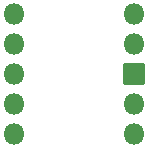
<source format=gbr>
%TF.GenerationSoftware,KiCad,Pcbnew,(6.0.1)*%
%TF.CreationDate,2022-04-14T01:05:28-05:00*%
%TF.ProjectId,DRV2605LDGSR,44525632-3630-4354-9c44-4753522e6b69,rev?*%
%TF.SameCoordinates,Original*%
%TF.FileFunction,Soldermask,Bot*%
%TF.FilePolarity,Negative*%
%FSLAX46Y46*%
G04 Gerber Fmt 4.6, Leading zero omitted, Abs format (unit mm)*
G04 Created by KiCad (PCBNEW (6.0.1)) date 2022-04-14 01:05:28*
%MOMM*%
%LPD*%
G01*
G04 APERTURE LIST*
G04 Aperture macros list*
%AMRoundRect*
0 Rectangle with rounded corners*
0 $1 Rounding radius*
0 $2 $3 $4 $5 $6 $7 $8 $9 X,Y pos of 4 corners*
0 Add a 4 corners polygon primitive as box body*
4,1,4,$2,$3,$4,$5,$6,$7,$8,$9,$2,$3,0*
0 Add four circle primitives for the rounded corners*
1,1,$1+$1,$2,$3*
1,1,$1+$1,$4,$5*
1,1,$1+$1,$6,$7*
1,1,$1+$1,$8,$9*
0 Add four rect primitives between the rounded corners*
20,1,$1+$1,$2,$3,$4,$5,0*
20,1,$1+$1,$4,$5,$6,$7,0*
20,1,$1+$1,$6,$7,$8,$9,0*
20,1,$1+$1,$8,$9,$2,$3,0*%
G04 Aperture macros list end*
%ADD10O,1.801600X1.801600*%
%ADD11RoundRect,0.050800X-0.850000X-0.850000X0.850000X-0.850000X0.850000X0.850000X-0.850000X0.850000X0*%
G04 APERTURE END LIST*
D10*
%TO.C,J2*%
X154940000Y-58420000D03*
X154940000Y-60960000D03*
D11*
X154940000Y-63500000D03*
D10*
X154940000Y-66040000D03*
X154940000Y-68580000D03*
%TD*%
%TO.C,J1*%
X144780000Y-68580000D03*
X144780000Y-66040000D03*
X144780000Y-63500000D03*
X144780000Y-60960000D03*
X144780000Y-58420000D03*
%TD*%
M02*

</source>
